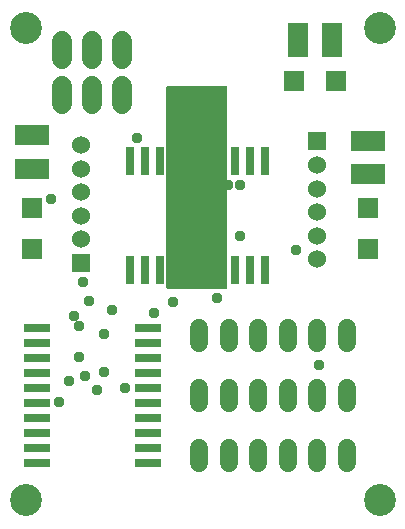
<source format=gbr>
G04 EAGLE Gerber X2 export*
%TF.Part,Single*%
%TF.FileFunction,Soldermask,Top,1*%
%TF.FilePolarity,Negative*%
%TF.GenerationSoftware,Autodesk,EAGLE,9.1.0*%
%TF.CreationDate,2018-12-20T06:16:38Z*%
G75*
%MOMM*%
%FSLAX34Y34*%
%LPD*%
%AMOC8*
5,1,8,0,0,1.08239X$1,22.5*%
G01*
%ADD10C,2.703200*%
%ADD11R,0.803200X2.403200*%
%ADD12R,1.524000X1.524000*%
%ADD13C,1.524000*%
%ADD14C,1.511200*%
%ADD15R,2.184400X0.762000*%
%ADD16C,1.727200*%
%ADD17R,2.903200X1.803200*%
%ADD18R,1.803200X2.903200*%
%ADD19R,1.703200X1.703200*%
%ADD20C,0.959600*%

G36*
X190020Y199242D02*
X190020Y199242D01*
X190039Y199240D01*
X190141Y199262D01*
X190243Y199279D01*
X190260Y199288D01*
X190280Y199292D01*
X190369Y199345D01*
X190460Y199394D01*
X190474Y199408D01*
X190491Y199418D01*
X190558Y199497D01*
X190630Y199572D01*
X190638Y199590D01*
X190651Y199605D01*
X190690Y199701D01*
X190733Y199795D01*
X190735Y199815D01*
X190743Y199833D01*
X190761Y200000D01*
X190761Y370000D01*
X190758Y370020D01*
X190760Y370039D01*
X190738Y370141D01*
X190722Y370243D01*
X190712Y370260D01*
X190708Y370280D01*
X190655Y370369D01*
X190606Y370460D01*
X190592Y370474D01*
X190582Y370491D01*
X190503Y370558D01*
X190428Y370630D01*
X190410Y370638D01*
X190395Y370651D01*
X190299Y370690D01*
X190205Y370733D01*
X190185Y370735D01*
X190167Y370743D01*
X190000Y370761D01*
X140000Y370761D01*
X139980Y370758D01*
X139961Y370760D01*
X139859Y370738D01*
X139757Y370722D01*
X139740Y370712D01*
X139720Y370708D01*
X139631Y370655D01*
X139540Y370606D01*
X139526Y370592D01*
X139509Y370582D01*
X139442Y370503D01*
X139371Y370428D01*
X139362Y370410D01*
X139349Y370395D01*
X139310Y370299D01*
X139267Y370205D01*
X139265Y370185D01*
X139257Y370167D01*
X139239Y370000D01*
X139239Y200000D01*
X139242Y199980D01*
X139240Y199961D01*
X139262Y199859D01*
X139279Y199757D01*
X139288Y199740D01*
X139292Y199720D01*
X139345Y199631D01*
X139394Y199540D01*
X139408Y199526D01*
X139418Y199509D01*
X139497Y199442D01*
X139572Y199371D01*
X139590Y199362D01*
X139605Y199349D01*
X139701Y199310D01*
X139795Y199267D01*
X139815Y199265D01*
X139833Y199257D01*
X140000Y199239D01*
X190000Y199239D01*
X190020Y199242D01*
G37*
D10*
X20000Y420000D03*
X20000Y20000D03*
X320000Y420000D03*
X320000Y20000D03*
D11*
X120650Y215300D03*
X196850Y307300D03*
X107950Y215300D03*
X133350Y215300D03*
X146050Y215300D03*
X184150Y307300D03*
X209550Y307300D03*
X222250Y307300D03*
X171450Y215300D03*
X209550Y215300D03*
X158750Y215300D03*
X184150Y215300D03*
X222250Y215300D03*
X196850Y215300D03*
X171450Y307300D03*
X158750Y307300D03*
X146050Y307300D03*
X133350Y307300D03*
X120650Y307300D03*
X107950Y307300D03*
D12*
X266700Y324000D03*
D13*
X266700Y304000D03*
X266700Y284000D03*
X266700Y264000D03*
X266700Y244000D03*
X266700Y224000D03*
D12*
X66500Y221000D03*
D13*
X66500Y241000D03*
X66500Y261000D03*
X66500Y281000D03*
X66500Y301000D03*
X66500Y321000D03*
D14*
X292100Y166240D02*
X292100Y153160D01*
X267100Y153160D02*
X267100Y166240D01*
X242100Y166240D02*
X242100Y153160D01*
X217100Y153160D02*
X217100Y166240D01*
X192100Y166240D02*
X192100Y153160D01*
X167100Y153160D02*
X167100Y166240D01*
X292100Y64640D02*
X292100Y51560D01*
X267100Y51560D02*
X267100Y64640D01*
X242100Y64640D02*
X242100Y51560D01*
X217100Y51560D02*
X217100Y64640D01*
X192100Y64640D02*
X192100Y51560D01*
X167100Y51560D02*
X167100Y64640D01*
X292100Y102360D02*
X292100Y115440D01*
X267100Y115440D02*
X267100Y102360D01*
X242100Y102360D02*
X242100Y115440D01*
X217100Y115440D02*
X217100Y102360D01*
X192100Y102360D02*
X192100Y115440D01*
X167100Y115440D02*
X167100Y102360D01*
D15*
X123190Y51750D03*
X123190Y64450D03*
X123190Y77150D03*
X123190Y89850D03*
X123190Y102550D03*
X123190Y115250D03*
X123190Y127950D03*
X123190Y140650D03*
X123190Y153350D03*
X123190Y166050D03*
X29210Y166050D03*
X29210Y153350D03*
X29210Y140650D03*
X29210Y127950D03*
X29210Y115250D03*
X29210Y102550D03*
X29210Y89850D03*
X29210Y77150D03*
X29210Y64450D03*
X29210Y51750D03*
D16*
X101600Y393380D02*
X101600Y408620D01*
X76200Y408620D02*
X76200Y393380D01*
X50800Y393380D02*
X50800Y408620D01*
X101600Y370520D02*
X101600Y355280D01*
X76200Y355280D02*
X76200Y370520D01*
X50800Y370520D02*
X50800Y355280D01*
D17*
X310000Y324000D03*
X310000Y296000D03*
X25000Y329000D03*
X25000Y301000D03*
D18*
X279000Y410000D03*
X251000Y410000D03*
D19*
X310000Y267500D03*
X310000Y232500D03*
X25000Y267500D03*
X25000Y232500D03*
X247500Y375000D03*
X282500Y375000D03*
D20*
X177800Y330200D03*
X165100Y330200D03*
X152400Y330200D03*
X152400Y342900D03*
X165100Y342900D03*
X177800Y342900D03*
X177800Y355600D03*
X165100Y355600D03*
X152400Y355600D03*
X48633Y102921D03*
X104052Y115362D03*
X149800Y272400D03*
X159800Y272400D03*
X149800Y262400D03*
X65598Y167388D03*
X85956Y160602D03*
X268047Y134589D03*
X85956Y128934D03*
X41847Y274833D03*
X68991Y204711D03*
X92742Y180960D03*
X201318Y287274D03*
X201318Y244296D03*
X144768Y187746D03*
X80301Y113100D03*
X182091Y191139D03*
X248820Y231855D03*
X70122Y125541D03*
X56550Y121017D03*
X191139Y287274D03*
X114231Y326859D03*
X65598Y141375D03*
X128934Y178698D03*
X61074Y176436D03*
X73515Y188877D03*
M02*

</source>
